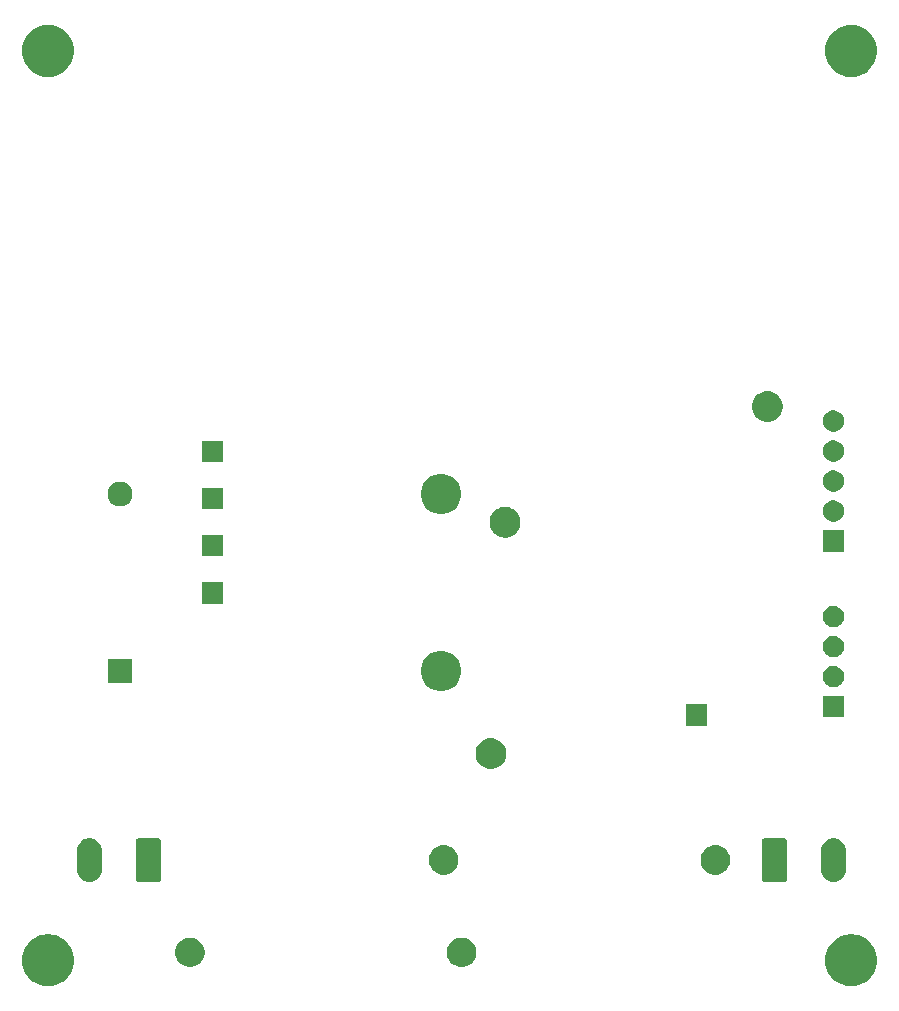
<source format=gbr>
G04 #@! TF.GenerationSoftware,KiCad,Pcbnew,5.1.5*
G04 #@! TF.CreationDate,2020-02-13T13:25:46+01:00*
G04 #@! TF.ProjectId,lora_fence_monitor,6c6f7261-5f66-4656-9e63-655f6d6f6e69,rev?*
G04 #@! TF.SameCoordinates,Original*
G04 #@! TF.FileFunction,Soldermask,Bot*
G04 #@! TF.FilePolarity,Negative*
%FSLAX46Y46*%
G04 Gerber Fmt 4.6, Leading zero omitted, Abs format (unit mm)*
G04 Created by KiCad (PCBNEW 5.1.5) date 2020-02-13 13:25:46*
%MOMM*%
%LPD*%
G04 APERTURE LIST*
%ADD10C,0.100000*%
G04 APERTURE END LIST*
D10*
G36*
X139858523Y-119327194D02*
G01*
X140142008Y-119383583D01*
X140542565Y-119549499D01*
X140542567Y-119549500D01*
X140641575Y-119615655D01*
X140903056Y-119790371D01*
X141209629Y-120096944D01*
X141209630Y-120096946D01*
X141447992Y-120453679D01*
X141450501Y-120457435D01*
X141616417Y-120857992D01*
X141701000Y-121283220D01*
X141701000Y-121716780D01*
X141616417Y-122142008D01*
X141450501Y-122542565D01*
X141209629Y-122903056D01*
X140903056Y-123209629D01*
X140722811Y-123330065D01*
X140542567Y-123450500D01*
X140542566Y-123450501D01*
X140542565Y-123450501D01*
X140142008Y-123616417D01*
X139858523Y-123672806D01*
X139716781Y-123701000D01*
X139283219Y-123701000D01*
X139141477Y-123672806D01*
X138857992Y-123616417D01*
X138457435Y-123450501D01*
X138457434Y-123450501D01*
X138457433Y-123450500D01*
X138277190Y-123330065D01*
X138096944Y-123209629D01*
X137790371Y-122903056D01*
X137549499Y-122542565D01*
X137383583Y-122142008D01*
X137299000Y-121716780D01*
X137299000Y-121283220D01*
X137383583Y-120857992D01*
X137549499Y-120457435D01*
X137552009Y-120453679D01*
X137790370Y-120096946D01*
X137790371Y-120096944D01*
X138096944Y-119790371D01*
X138358425Y-119615655D01*
X138457433Y-119549500D01*
X138457435Y-119549499D01*
X138857992Y-119383583D01*
X139141477Y-119327194D01*
X139283219Y-119299000D01*
X139716781Y-119299000D01*
X139858523Y-119327194D01*
G37*
G36*
X71858523Y-119327194D02*
G01*
X72142008Y-119383583D01*
X72542565Y-119549499D01*
X72542567Y-119549500D01*
X72641575Y-119615655D01*
X72903056Y-119790371D01*
X73209629Y-120096944D01*
X73209630Y-120096946D01*
X73447992Y-120453679D01*
X73450501Y-120457435D01*
X73616417Y-120857992D01*
X73701000Y-121283220D01*
X73701000Y-121716780D01*
X73616417Y-122142008D01*
X73450501Y-122542565D01*
X73209629Y-122903056D01*
X72903056Y-123209629D01*
X72722810Y-123330065D01*
X72542567Y-123450500D01*
X72542566Y-123450501D01*
X72542565Y-123450501D01*
X72142008Y-123616417D01*
X71858523Y-123672806D01*
X71716781Y-123701000D01*
X71283219Y-123701000D01*
X71141477Y-123672806D01*
X70857992Y-123616417D01*
X70457435Y-123450501D01*
X70457434Y-123450501D01*
X70457433Y-123450500D01*
X70277190Y-123330065D01*
X70096944Y-123209629D01*
X69790371Y-122903056D01*
X69549499Y-122542565D01*
X69383583Y-122142008D01*
X69299000Y-121716780D01*
X69299000Y-121283220D01*
X69383583Y-120857992D01*
X69549499Y-120457435D01*
X69552009Y-120453679D01*
X69790370Y-120096946D01*
X69790371Y-120096944D01*
X70096944Y-119790371D01*
X70358425Y-119615655D01*
X70457433Y-119549500D01*
X70457435Y-119549499D01*
X70857992Y-119383583D01*
X71141477Y-119327194D01*
X71283219Y-119299000D01*
X71716781Y-119299000D01*
X71858523Y-119327194D01*
G37*
G36*
X106722403Y-119583605D02*
G01*
X106883530Y-119615655D01*
X107111198Y-119709958D01*
X107316093Y-119846865D01*
X107490342Y-120021114D01*
X107627249Y-120226009D01*
X107721552Y-120453677D01*
X107769627Y-120695367D01*
X107769627Y-120941793D01*
X107721552Y-121183483D01*
X107627249Y-121411151D01*
X107490342Y-121616046D01*
X107316093Y-121790295D01*
X107111198Y-121927202D01*
X106883530Y-122021505D01*
X106722403Y-122053555D01*
X106641841Y-122069580D01*
X106395413Y-122069580D01*
X106314851Y-122053555D01*
X106153724Y-122021505D01*
X105926056Y-121927202D01*
X105721161Y-121790295D01*
X105546912Y-121616046D01*
X105410005Y-121411151D01*
X105315702Y-121183483D01*
X105267627Y-120941793D01*
X105267627Y-120695367D01*
X105315702Y-120453677D01*
X105410005Y-120226009D01*
X105546912Y-120021114D01*
X105721161Y-119846865D01*
X105926056Y-119709958D01*
X106153724Y-119615655D01*
X106314851Y-119583605D01*
X106395413Y-119567580D01*
X106641841Y-119567580D01*
X106722403Y-119583605D01*
G37*
G36*
X83722403Y-119583605D02*
G01*
X83883530Y-119615655D01*
X84111198Y-119709958D01*
X84316093Y-119846865D01*
X84490342Y-120021114D01*
X84627249Y-120226009D01*
X84721552Y-120453677D01*
X84769627Y-120695367D01*
X84769627Y-120941793D01*
X84721552Y-121183483D01*
X84627249Y-121411151D01*
X84490342Y-121616046D01*
X84316093Y-121790295D01*
X84111198Y-121927202D01*
X83883530Y-122021505D01*
X83722403Y-122053555D01*
X83641841Y-122069580D01*
X83395413Y-122069580D01*
X83314851Y-122053555D01*
X83153724Y-122021505D01*
X82926056Y-121927202D01*
X82721161Y-121790295D01*
X82546912Y-121616046D01*
X82410005Y-121411151D01*
X82315702Y-121183483D01*
X82267627Y-120941793D01*
X82267627Y-120695367D01*
X82315702Y-120453677D01*
X82410005Y-120226009D01*
X82546912Y-120021114D01*
X82721161Y-119846865D01*
X82926056Y-119709958D01*
X83153724Y-119615655D01*
X83314851Y-119583605D01*
X83395413Y-119567580D01*
X83641841Y-119567580D01*
X83722403Y-119583605D01*
G37*
G36*
X138206031Y-111164207D02*
G01*
X138301874Y-111193281D01*
X138404146Y-111224305D01*
X138514949Y-111283530D01*
X138586729Y-111321897D01*
X138746765Y-111453235D01*
X138878103Y-111613271D01*
X138878104Y-111613273D01*
X138975695Y-111795853D01*
X139001864Y-111882120D01*
X139035793Y-111993968D01*
X139051000Y-112148370D01*
X139051000Y-113851630D01*
X139035793Y-114006032D01*
X139035792Y-114006034D01*
X138975695Y-114204147D01*
X138889264Y-114365848D01*
X138878103Y-114386729D01*
X138746765Y-114546765D01*
X138586729Y-114678103D01*
X138586727Y-114678104D01*
X138404147Y-114775695D01*
X138366823Y-114787017D01*
X138206032Y-114835793D01*
X138000000Y-114856085D01*
X137793969Y-114835793D01*
X137633178Y-114787017D01*
X137595854Y-114775695D01*
X137413274Y-114678104D01*
X137413272Y-114678103D01*
X137253236Y-114546765D01*
X137121898Y-114386729D01*
X137110737Y-114365848D01*
X137024306Y-114204147D01*
X136964208Y-114006034D01*
X136949000Y-113851626D01*
X136949000Y-112148370D01*
X136964207Y-111993969D01*
X137024305Y-111795855D01*
X137024305Y-111795854D01*
X137121896Y-111613273D01*
X137121897Y-111613271D01*
X137253235Y-111453235D01*
X137413271Y-111321897D01*
X137518270Y-111265774D01*
X137595853Y-111224305D01*
X137698125Y-111193281D01*
X137793968Y-111164207D01*
X138000000Y-111143915D01*
X138206031Y-111164207D01*
G37*
G36*
X75206032Y-111164207D02*
G01*
X75301875Y-111193281D01*
X75404147Y-111224305D01*
X75481730Y-111265774D01*
X75586729Y-111321897D01*
X75746765Y-111453235D01*
X75878103Y-111613271D01*
X75878104Y-111613273D01*
X75975695Y-111795853D01*
X76001864Y-111882120D01*
X76035793Y-111993968D01*
X76051000Y-112148370D01*
X76051000Y-113851630D01*
X76035793Y-114006032D01*
X76035792Y-114006034D01*
X75975695Y-114204147D01*
X75889264Y-114365848D01*
X75878103Y-114386729D01*
X75746765Y-114546765D01*
X75586729Y-114678103D01*
X75586727Y-114678104D01*
X75404146Y-114775695D01*
X75366822Y-114787017D01*
X75206031Y-114835793D01*
X75000000Y-114856085D01*
X74793968Y-114835793D01*
X74633177Y-114787017D01*
X74595853Y-114775695D01*
X74413273Y-114678104D01*
X74413271Y-114678103D01*
X74253235Y-114546765D01*
X74121897Y-114386729D01*
X74024306Y-114204147D01*
X74024305Y-114204146D01*
X73964208Y-114006033D01*
X73964207Y-114006031D01*
X73949000Y-113851629D01*
X73949000Y-112148370D01*
X73964208Y-111993968D01*
X73964208Y-111993966D01*
X74024306Y-111795853D01*
X74121897Y-111613273D01*
X74121898Y-111613271D01*
X74253236Y-111453235D01*
X74413272Y-111321897D01*
X74518271Y-111265774D01*
X74595854Y-111224305D01*
X74698126Y-111193281D01*
X74793969Y-111164207D01*
X75000000Y-111143915D01*
X75206032Y-111164207D01*
G37*
G36*
X133875673Y-111153469D02*
G01*
X133916470Y-111165844D01*
X133954063Y-111185938D01*
X133987017Y-111212983D01*
X134014062Y-111245937D01*
X134034156Y-111283530D01*
X134046531Y-111324327D01*
X134051000Y-111369697D01*
X134051000Y-114630303D01*
X134046531Y-114675673D01*
X134034156Y-114716470D01*
X134014062Y-114754063D01*
X133987017Y-114787017D01*
X133954063Y-114814062D01*
X133916470Y-114834156D01*
X133875673Y-114846531D01*
X133830303Y-114851000D01*
X132169697Y-114851000D01*
X132124327Y-114846531D01*
X132083530Y-114834156D01*
X132045937Y-114814062D01*
X132012983Y-114787017D01*
X131985938Y-114754063D01*
X131965844Y-114716470D01*
X131953469Y-114675673D01*
X131949000Y-114630303D01*
X131949000Y-111369697D01*
X131953469Y-111324327D01*
X131965844Y-111283530D01*
X131985938Y-111245937D01*
X132012983Y-111212983D01*
X132045937Y-111185938D01*
X132083530Y-111165844D01*
X132124327Y-111153469D01*
X132169697Y-111149000D01*
X133830303Y-111149000D01*
X133875673Y-111153469D01*
G37*
G36*
X80875673Y-111153469D02*
G01*
X80916470Y-111165844D01*
X80954063Y-111185938D01*
X80987017Y-111212983D01*
X81014062Y-111245937D01*
X81034156Y-111283530D01*
X81046531Y-111324327D01*
X81051000Y-111369697D01*
X81051000Y-114630303D01*
X81046531Y-114675673D01*
X81034156Y-114716470D01*
X81014062Y-114754063D01*
X80987017Y-114787017D01*
X80954063Y-114814062D01*
X80916470Y-114834156D01*
X80875673Y-114846531D01*
X80830303Y-114851000D01*
X79169697Y-114851000D01*
X79124327Y-114846531D01*
X79083530Y-114834156D01*
X79045937Y-114814062D01*
X79012983Y-114787017D01*
X78985938Y-114754063D01*
X78965844Y-114716470D01*
X78953469Y-114675673D01*
X78949000Y-114630303D01*
X78949000Y-111369697D01*
X78953469Y-111324327D01*
X78965844Y-111283530D01*
X78985938Y-111245937D01*
X79012983Y-111212983D01*
X79045937Y-111185938D01*
X79083530Y-111165844D01*
X79124327Y-111153469D01*
X79169697Y-111149000D01*
X80830303Y-111149000D01*
X80875673Y-111153469D01*
G37*
G36*
X128203776Y-111765025D02*
G01*
X128364903Y-111797075D01*
X128592571Y-111891378D01*
X128797466Y-112028285D01*
X128971715Y-112202534D01*
X129108622Y-112407429D01*
X129202925Y-112635097D01*
X129251000Y-112876787D01*
X129251000Y-113123213D01*
X129202925Y-113364903D01*
X129108622Y-113592571D01*
X128971715Y-113797466D01*
X128797466Y-113971715D01*
X128592571Y-114108622D01*
X128364903Y-114202925D01*
X128203776Y-114234975D01*
X128123214Y-114251000D01*
X127876786Y-114251000D01*
X127796224Y-114234975D01*
X127635097Y-114202925D01*
X127407429Y-114108622D01*
X127202534Y-113971715D01*
X127028285Y-113797466D01*
X126891378Y-113592571D01*
X126797075Y-113364903D01*
X126749000Y-113123213D01*
X126749000Y-112876787D01*
X126797075Y-112635097D01*
X126891378Y-112407429D01*
X127028285Y-112202534D01*
X127202534Y-112028285D01*
X127407429Y-111891378D01*
X127635097Y-111797075D01*
X127796224Y-111765025D01*
X127876786Y-111749000D01*
X128123214Y-111749000D01*
X128203776Y-111765025D01*
G37*
G36*
X105203776Y-111765025D02*
G01*
X105364903Y-111797075D01*
X105592571Y-111891378D01*
X105797466Y-112028285D01*
X105971715Y-112202534D01*
X106108622Y-112407429D01*
X106202925Y-112635097D01*
X106251000Y-112876787D01*
X106251000Y-113123213D01*
X106202925Y-113364903D01*
X106108622Y-113592571D01*
X105971715Y-113797466D01*
X105797466Y-113971715D01*
X105592571Y-114108622D01*
X105364903Y-114202925D01*
X105203776Y-114234975D01*
X105123214Y-114251000D01*
X104876786Y-114251000D01*
X104796224Y-114234975D01*
X104635097Y-114202925D01*
X104407429Y-114108622D01*
X104202534Y-113971715D01*
X104028285Y-113797466D01*
X103891378Y-113592571D01*
X103797075Y-113364903D01*
X103749000Y-113123213D01*
X103749000Y-112876787D01*
X103797075Y-112635097D01*
X103891378Y-112407429D01*
X104028285Y-112202534D01*
X104202534Y-112028285D01*
X104407429Y-111891378D01*
X104635097Y-111797075D01*
X104796224Y-111765025D01*
X104876786Y-111749000D01*
X105123214Y-111749000D01*
X105203776Y-111765025D01*
G37*
G36*
X109211921Y-102715666D02*
G01*
X109379488Y-102748997D01*
X109616255Y-102847069D01*
X109616257Y-102847070D01*
X109722797Y-102918258D01*
X109829339Y-102989447D01*
X110010553Y-103170661D01*
X110152931Y-103383745D01*
X110251003Y-103620512D01*
X110301000Y-103871863D01*
X110301000Y-104128137D01*
X110251003Y-104379488D01*
X110152931Y-104616255D01*
X110010553Y-104829339D01*
X109829339Y-105010553D01*
X109722797Y-105081742D01*
X109616257Y-105152930D01*
X109616256Y-105152931D01*
X109616255Y-105152931D01*
X109379488Y-105251003D01*
X109211921Y-105284334D01*
X109128138Y-105301000D01*
X108871862Y-105301000D01*
X108788079Y-105284334D01*
X108620512Y-105251003D01*
X108383745Y-105152931D01*
X108383744Y-105152931D01*
X108383743Y-105152930D01*
X108277203Y-105081742D01*
X108170661Y-105010553D01*
X107989447Y-104829339D01*
X107847069Y-104616255D01*
X107748997Y-104379488D01*
X107699000Y-104128137D01*
X107699000Y-103871863D01*
X107748997Y-103620512D01*
X107847069Y-103383745D01*
X107989447Y-103170661D01*
X108170661Y-102989447D01*
X108277203Y-102918258D01*
X108383743Y-102847070D01*
X108383745Y-102847069D01*
X108620512Y-102748997D01*
X108788079Y-102715666D01*
X108871862Y-102699000D01*
X109128138Y-102699000D01*
X109211921Y-102715666D01*
G37*
G36*
X127301000Y-101626000D02*
G01*
X125499000Y-101626000D01*
X125499000Y-99824000D01*
X127301000Y-99824000D01*
X127301000Y-101626000D01*
G37*
G36*
X138901000Y-100901000D02*
G01*
X137099000Y-100901000D01*
X137099000Y-99099000D01*
X138901000Y-99099000D01*
X138901000Y-100901000D01*
G37*
G36*
X105261162Y-95364368D02*
G01*
X105570727Y-95492594D01*
X105849323Y-95678746D01*
X106086254Y-95915677D01*
X106272406Y-96194273D01*
X106400632Y-96503838D01*
X106466000Y-96832465D01*
X106466000Y-97167535D01*
X106400632Y-97496162D01*
X106272406Y-97805727D01*
X106086254Y-98084323D01*
X105849323Y-98321254D01*
X105570727Y-98507406D01*
X105261162Y-98635632D01*
X104932535Y-98701000D01*
X104597465Y-98701000D01*
X104268838Y-98635632D01*
X103959273Y-98507406D01*
X103680677Y-98321254D01*
X103443746Y-98084323D01*
X103257594Y-97805727D01*
X103129368Y-97496162D01*
X103064000Y-97167535D01*
X103064000Y-96832465D01*
X103129368Y-96503838D01*
X103257594Y-96194273D01*
X103443746Y-95915677D01*
X103680677Y-95678746D01*
X103959273Y-95492594D01*
X104268838Y-95364368D01*
X104597465Y-95299000D01*
X104932535Y-95299000D01*
X105261162Y-95364368D01*
G37*
G36*
X138262812Y-96593624D02*
G01*
X138426784Y-96661544D01*
X138426786Y-96661545D01*
X138500569Y-96710845D01*
X138574354Y-96760147D01*
X138699853Y-96885646D01*
X138798456Y-97033216D01*
X138866376Y-97197188D01*
X138901000Y-97371259D01*
X138901000Y-97548741D01*
X138866376Y-97722812D01*
X138798456Y-97886784D01*
X138699853Y-98034354D01*
X138574354Y-98159853D01*
X138500569Y-98209154D01*
X138426786Y-98258455D01*
X138426785Y-98258456D01*
X138426784Y-98258456D01*
X138262812Y-98326376D01*
X138088741Y-98361000D01*
X137911259Y-98361000D01*
X137737188Y-98326376D01*
X137573216Y-98258456D01*
X137573215Y-98258456D01*
X137573214Y-98258455D01*
X137499431Y-98209154D01*
X137425646Y-98159853D01*
X137300147Y-98034354D01*
X137201544Y-97886784D01*
X137133624Y-97722812D01*
X137099000Y-97548741D01*
X137099000Y-97371259D01*
X137133624Y-97197188D01*
X137201544Y-97033216D01*
X137300147Y-96885646D01*
X137425646Y-96760147D01*
X137499431Y-96710845D01*
X137573214Y-96661545D01*
X137573216Y-96661544D01*
X137737188Y-96593624D01*
X137911259Y-96559000D01*
X138088741Y-96559000D01*
X138262812Y-96593624D01*
G37*
G36*
X78651000Y-98051000D02*
G01*
X76549000Y-98051000D01*
X76549000Y-95949000D01*
X78651000Y-95949000D01*
X78651000Y-98051000D01*
G37*
G36*
X138262812Y-94053624D02*
G01*
X138426784Y-94121544D01*
X138426786Y-94121545D01*
X138500569Y-94170846D01*
X138574354Y-94220147D01*
X138699853Y-94345646D01*
X138798456Y-94493216D01*
X138866376Y-94657188D01*
X138901000Y-94831259D01*
X138901000Y-95008741D01*
X138866376Y-95182812D01*
X138798456Y-95346784D01*
X138699853Y-95494354D01*
X138574354Y-95619853D01*
X138500569Y-95669155D01*
X138426786Y-95718455D01*
X138426785Y-95718456D01*
X138426784Y-95718456D01*
X138262812Y-95786376D01*
X138088741Y-95821000D01*
X137911259Y-95821000D01*
X137737188Y-95786376D01*
X137573216Y-95718456D01*
X137573215Y-95718456D01*
X137573214Y-95718455D01*
X137499431Y-95669154D01*
X137425646Y-95619853D01*
X137300147Y-95494354D01*
X137201544Y-95346784D01*
X137133624Y-95182812D01*
X137099000Y-95008741D01*
X137099000Y-94831259D01*
X137133624Y-94657188D01*
X137201544Y-94493216D01*
X137300147Y-94345646D01*
X137425646Y-94220147D01*
X137499431Y-94170845D01*
X137573214Y-94121545D01*
X137573216Y-94121544D01*
X137737188Y-94053624D01*
X137911259Y-94019000D01*
X138088741Y-94019000D01*
X138262812Y-94053624D01*
G37*
G36*
X138262812Y-91513624D02*
G01*
X138426784Y-91581544D01*
X138426786Y-91581545D01*
X138500569Y-91630845D01*
X138574354Y-91680147D01*
X138699853Y-91805646D01*
X138798456Y-91953216D01*
X138866376Y-92117188D01*
X138901000Y-92291259D01*
X138901000Y-92468741D01*
X138866376Y-92642812D01*
X138798456Y-92806784D01*
X138699853Y-92954354D01*
X138574354Y-93079853D01*
X138500569Y-93129155D01*
X138426786Y-93178455D01*
X138426785Y-93178456D01*
X138426784Y-93178456D01*
X138262812Y-93246376D01*
X138088741Y-93281000D01*
X137911259Y-93281000D01*
X137737188Y-93246376D01*
X137573216Y-93178456D01*
X137573215Y-93178456D01*
X137573214Y-93178455D01*
X137499431Y-93129154D01*
X137425646Y-93079853D01*
X137300147Y-92954354D01*
X137201544Y-92806784D01*
X137133624Y-92642812D01*
X137099000Y-92468741D01*
X137099000Y-92291259D01*
X137133624Y-92117188D01*
X137201544Y-91953216D01*
X137300147Y-91805646D01*
X137425646Y-91680147D01*
X137499431Y-91630845D01*
X137573214Y-91581545D01*
X137573216Y-91581544D01*
X137737188Y-91513624D01*
X137911259Y-91479000D01*
X138088741Y-91479000D01*
X138262812Y-91513624D01*
G37*
G36*
X86301000Y-91301000D02*
G01*
X84499000Y-91301000D01*
X84499000Y-89499000D01*
X86301000Y-89499000D01*
X86301000Y-91301000D01*
G37*
G36*
X86301000Y-87301000D02*
G01*
X84499000Y-87301000D01*
X84499000Y-85499000D01*
X86301000Y-85499000D01*
X86301000Y-87301000D01*
G37*
G36*
X138901000Y-86901000D02*
G01*
X137099000Y-86901000D01*
X137099000Y-85099000D01*
X138901000Y-85099000D01*
X138901000Y-86901000D01*
G37*
G36*
X110411921Y-83115666D02*
G01*
X110579488Y-83148997D01*
X110816255Y-83247069D01*
X110816257Y-83247070D01*
X110896969Y-83301000D01*
X111029339Y-83389447D01*
X111210553Y-83570661D01*
X111210554Y-83570663D01*
X111304325Y-83711000D01*
X111352931Y-83783745D01*
X111451003Y-84020512D01*
X111501000Y-84271863D01*
X111501000Y-84528137D01*
X111451003Y-84779488D01*
X111352931Y-85016255D01*
X111210553Y-85229339D01*
X111029339Y-85410553D01*
X110922797Y-85481742D01*
X110816257Y-85552930D01*
X110816256Y-85552931D01*
X110816255Y-85552931D01*
X110579488Y-85651003D01*
X110411921Y-85684334D01*
X110328138Y-85701000D01*
X110071862Y-85701000D01*
X109988079Y-85684334D01*
X109820512Y-85651003D01*
X109583745Y-85552931D01*
X109583744Y-85552931D01*
X109583743Y-85552930D01*
X109477203Y-85481742D01*
X109370661Y-85410553D01*
X109189447Y-85229339D01*
X109047069Y-85016255D01*
X108948997Y-84779488D01*
X108899000Y-84528137D01*
X108899000Y-84271863D01*
X108948997Y-84020512D01*
X109047069Y-83783745D01*
X109095676Y-83711000D01*
X109189446Y-83570663D01*
X109189447Y-83570661D01*
X109370661Y-83389447D01*
X109503031Y-83301000D01*
X109583743Y-83247070D01*
X109583745Y-83247069D01*
X109820512Y-83148997D01*
X109988079Y-83115666D01*
X110071862Y-83099000D01*
X110328138Y-83099000D01*
X110411921Y-83115666D01*
G37*
G36*
X138262812Y-82593624D02*
G01*
X138426784Y-82661544D01*
X138426786Y-82661545D01*
X138454365Y-82679973D01*
X138574354Y-82760147D01*
X138699853Y-82885646D01*
X138798456Y-83033216D01*
X138866376Y-83197188D01*
X138901000Y-83371259D01*
X138901000Y-83548741D01*
X138866376Y-83722812D01*
X138798456Y-83886784D01*
X138699853Y-84034354D01*
X138574354Y-84159853D01*
X138500569Y-84209155D01*
X138426786Y-84258455D01*
X138426785Y-84258456D01*
X138426784Y-84258456D01*
X138262812Y-84326376D01*
X138088741Y-84361000D01*
X137911259Y-84361000D01*
X137737188Y-84326376D01*
X137573216Y-84258456D01*
X137573215Y-84258456D01*
X137573214Y-84258455D01*
X137499431Y-84209155D01*
X137425646Y-84159853D01*
X137300147Y-84034354D01*
X137201544Y-83886784D01*
X137133624Y-83722812D01*
X137099000Y-83548741D01*
X137099000Y-83371259D01*
X137133624Y-83197188D01*
X137201544Y-83033216D01*
X137300147Y-82885646D01*
X137425646Y-82760147D01*
X137545635Y-82679973D01*
X137573214Y-82661545D01*
X137573216Y-82661544D01*
X137737188Y-82593624D01*
X137911259Y-82559000D01*
X138088741Y-82559000D01*
X138262812Y-82593624D01*
G37*
G36*
X105261162Y-80374368D02*
G01*
X105570727Y-80502594D01*
X105849323Y-80688746D01*
X106086254Y-80925677D01*
X106272406Y-81204273D01*
X106400632Y-81513838D01*
X106466000Y-81842465D01*
X106466000Y-82177535D01*
X106400632Y-82506162D01*
X106272406Y-82815727D01*
X106086254Y-83094323D01*
X105849323Y-83331254D01*
X105570727Y-83517406D01*
X105261162Y-83645632D01*
X104932535Y-83711000D01*
X104597465Y-83711000D01*
X104268838Y-83645632D01*
X103959273Y-83517406D01*
X103680677Y-83331254D01*
X103443746Y-83094323D01*
X103257594Y-82815727D01*
X103129368Y-82506162D01*
X103064000Y-82177535D01*
X103064000Y-81842465D01*
X103129368Y-81513838D01*
X103257594Y-81204273D01*
X103443746Y-80925677D01*
X103680677Y-80688746D01*
X103959273Y-80502594D01*
X104268838Y-80374368D01*
X104597465Y-80309000D01*
X104932535Y-80309000D01*
X105261162Y-80374368D01*
G37*
G36*
X86301000Y-83301000D02*
G01*
X84499000Y-83301000D01*
X84499000Y-81499000D01*
X86301000Y-81499000D01*
X86301000Y-83301000D01*
G37*
G36*
X77906564Y-80999389D02*
G01*
X78097838Y-81078616D01*
X78269972Y-81193633D01*
X78416367Y-81340028D01*
X78531384Y-81512162D01*
X78610611Y-81703436D01*
X78651000Y-81906484D01*
X78651000Y-82113516D01*
X78610611Y-82316564D01*
X78531384Y-82507838D01*
X78416367Y-82679972D01*
X78269972Y-82826367D01*
X78097838Y-82941384D01*
X77906564Y-83020611D01*
X77703516Y-83061000D01*
X77496484Y-83061000D01*
X77293436Y-83020611D01*
X77102162Y-82941384D01*
X76930028Y-82826367D01*
X76783633Y-82679972D01*
X76668616Y-82507838D01*
X76589389Y-82316564D01*
X76549000Y-82113516D01*
X76549000Y-81906484D01*
X76589389Y-81703436D01*
X76668616Y-81512162D01*
X76783633Y-81340028D01*
X76930028Y-81193633D01*
X77102162Y-81078616D01*
X77293436Y-80999389D01*
X77496484Y-80959000D01*
X77703516Y-80959000D01*
X77906564Y-80999389D01*
G37*
G36*
X138262812Y-80053624D02*
G01*
X138426784Y-80121544D01*
X138426786Y-80121545D01*
X138500569Y-80170846D01*
X138574354Y-80220147D01*
X138699853Y-80345646D01*
X138798456Y-80493216D01*
X138866376Y-80657188D01*
X138901000Y-80831259D01*
X138901000Y-81008741D01*
X138866376Y-81182812D01*
X138798456Y-81346784D01*
X138699853Y-81494354D01*
X138574354Y-81619853D01*
X138500569Y-81669155D01*
X138426786Y-81718455D01*
X138426785Y-81718456D01*
X138426784Y-81718456D01*
X138262812Y-81786376D01*
X138088741Y-81821000D01*
X137911259Y-81821000D01*
X137737188Y-81786376D01*
X137573216Y-81718456D01*
X137573215Y-81718456D01*
X137573214Y-81718455D01*
X137499431Y-81669154D01*
X137425646Y-81619853D01*
X137300147Y-81494354D01*
X137201544Y-81346784D01*
X137133624Y-81182812D01*
X137099000Y-81008741D01*
X137099000Y-80831259D01*
X137133624Y-80657188D01*
X137201544Y-80493216D01*
X137300147Y-80345646D01*
X137425646Y-80220147D01*
X137499431Y-80170846D01*
X137573214Y-80121545D01*
X137573216Y-80121544D01*
X137737188Y-80053624D01*
X137911259Y-80019000D01*
X138088741Y-80019000D01*
X138262812Y-80053624D01*
G37*
G36*
X86301000Y-79301000D02*
G01*
X84499000Y-79301000D01*
X84499000Y-77499000D01*
X86301000Y-77499000D01*
X86301000Y-79301000D01*
G37*
G36*
X138262812Y-77513624D02*
G01*
X138426784Y-77581544D01*
X138426786Y-77581545D01*
X138500569Y-77630846D01*
X138574354Y-77680147D01*
X138699853Y-77805646D01*
X138798456Y-77953216D01*
X138866376Y-78117188D01*
X138901000Y-78291259D01*
X138901000Y-78468741D01*
X138866376Y-78642812D01*
X138798456Y-78806784D01*
X138699853Y-78954354D01*
X138574354Y-79079853D01*
X138500569Y-79129155D01*
X138426786Y-79178455D01*
X138426785Y-79178456D01*
X138426784Y-79178456D01*
X138262812Y-79246376D01*
X138088741Y-79281000D01*
X137911259Y-79281000D01*
X137737188Y-79246376D01*
X137573216Y-79178456D01*
X137573215Y-79178456D01*
X137573214Y-79178455D01*
X137499431Y-79129155D01*
X137425646Y-79079853D01*
X137300147Y-78954354D01*
X137201544Y-78806784D01*
X137133624Y-78642812D01*
X137099000Y-78468741D01*
X137099000Y-78291259D01*
X137133624Y-78117188D01*
X137201544Y-77953216D01*
X137300147Y-77805646D01*
X137425646Y-77680147D01*
X137499431Y-77630846D01*
X137573214Y-77581545D01*
X137573216Y-77581544D01*
X137737188Y-77513624D01*
X137911259Y-77479000D01*
X138088741Y-77479000D01*
X138262812Y-77513624D01*
G37*
G36*
X138262812Y-74973624D02*
G01*
X138426784Y-75041544D01*
X138426786Y-75041545D01*
X138500569Y-75090846D01*
X138574354Y-75140147D01*
X138699853Y-75265646D01*
X138798456Y-75413216D01*
X138866376Y-75577188D01*
X138901000Y-75751259D01*
X138901000Y-75928741D01*
X138866376Y-76102812D01*
X138798456Y-76266784D01*
X138699853Y-76414354D01*
X138574354Y-76539853D01*
X138500569Y-76589154D01*
X138426786Y-76638455D01*
X138426785Y-76638456D01*
X138426784Y-76638456D01*
X138262812Y-76706376D01*
X138088741Y-76741000D01*
X137911259Y-76741000D01*
X137737188Y-76706376D01*
X137573216Y-76638456D01*
X137573215Y-76638456D01*
X137573214Y-76638455D01*
X137499431Y-76589155D01*
X137425646Y-76539853D01*
X137300147Y-76414354D01*
X137201544Y-76266784D01*
X137133624Y-76102812D01*
X137099000Y-75928741D01*
X137099000Y-75751259D01*
X137133624Y-75577188D01*
X137201544Y-75413216D01*
X137300147Y-75265646D01*
X137425646Y-75140147D01*
X137499431Y-75090846D01*
X137573214Y-75041545D01*
X137573216Y-75041544D01*
X137737188Y-74973624D01*
X137911259Y-74939000D01*
X138088741Y-74939000D01*
X138262812Y-74973624D01*
G37*
G36*
X132611921Y-73315666D02*
G01*
X132779488Y-73348997D01*
X133016255Y-73447069D01*
X133016257Y-73447070D01*
X133122797Y-73518258D01*
X133229339Y-73589447D01*
X133410553Y-73770661D01*
X133552931Y-73983745D01*
X133651003Y-74220512D01*
X133701000Y-74471863D01*
X133701000Y-74728137D01*
X133651003Y-74979488D01*
X133552931Y-75216255D01*
X133410553Y-75429339D01*
X133229339Y-75610553D01*
X133122797Y-75681742D01*
X133016257Y-75752930D01*
X133016256Y-75752931D01*
X133016255Y-75752931D01*
X132779488Y-75851003D01*
X132611921Y-75884334D01*
X132528138Y-75901000D01*
X132271862Y-75901000D01*
X132188079Y-75884334D01*
X132020512Y-75851003D01*
X131783745Y-75752931D01*
X131783744Y-75752931D01*
X131783743Y-75752930D01*
X131677203Y-75681742D01*
X131570661Y-75610553D01*
X131389447Y-75429339D01*
X131247069Y-75216255D01*
X131148997Y-74979488D01*
X131099000Y-74728137D01*
X131099000Y-74471863D01*
X131148997Y-74220512D01*
X131247069Y-73983745D01*
X131389447Y-73770661D01*
X131570661Y-73589447D01*
X131677203Y-73518258D01*
X131783743Y-73447070D01*
X131783745Y-73447069D01*
X132020512Y-73348997D01*
X132188079Y-73315666D01*
X132271862Y-73299000D01*
X132528138Y-73299000D01*
X132611921Y-73315666D01*
G37*
G36*
X71858523Y-42327194D02*
G01*
X72142008Y-42383583D01*
X72542565Y-42549499D01*
X72542567Y-42549500D01*
X72722810Y-42669935D01*
X72903056Y-42790371D01*
X73209629Y-43096944D01*
X73450501Y-43457435D01*
X73616417Y-43857992D01*
X73701000Y-44283220D01*
X73701000Y-44716780D01*
X73616417Y-45142008D01*
X73450501Y-45542565D01*
X73209629Y-45903056D01*
X72903056Y-46209629D01*
X72722810Y-46330065D01*
X72542567Y-46450500D01*
X72542566Y-46450501D01*
X72542565Y-46450501D01*
X72142008Y-46616417D01*
X71858523Y-46672806D01*
X71716781Y-46701000D01*
X71283219Y-46701000D01*
X71141477Y-46672806D01*
X70857992Y-46616417D01*
X70457435Y-46450501D01*
X70457434Y-46450501D01*
X70457433Y-46450500D01*
X70277190Y-46330065D01*
X70096944Y-46209629D01*
X69790371Y-45903056D01*
X69549499Y-45542565D01*
X69383583Y-45142008D01*
X69299000Y-44716780D01*
X69299000Y-44283220D01*
X69383583Y-43857992D01*
X69549499Y-43457435D01*
X69790371Y-43096944D01*
X70096944Y-42790371D01*
X70277189Y-42669935D01*
X70457433Y-42549500D01*
X70457435Y-42549499D01*
X70857992Y-42383583D01*
X71141477Y-42327194D01*
X71283219Y-42299000D01*
X71716781Y-42299000D01*
X71858523Y-42327194D01*
G37*
G36*
X139858523Y-42327194D02*
G01*
X140142008Y-42383583D01*
X140542565Y-42549499D01*
X140542567Y-42549500D01*
X140722811Y-42669935D01*
X140903056Y-42790371D01*
X141209629Y-43096944D01*
X141450501Y-43457435D01*
X141616417Y-43857992D01*
X141701000Y-44283220D01*
X141701000Y-44716780D01*
X141616417Y-45142008D01*
X141450501Y-45542565D01*
X141209629Y-45903056D01*
X140903056Y-46209629D01*
X140722810Y-46330065D01*
X140542567Y-46450500D01*
X140542566Y-46450501D01*
X140542565Y-46450501D01*
X140142008Y-46616417D01*
X139858523Y-46672806D01*
X139716781Y-46701000D01*
X139283219Y-46701000D01*
X139141477Y-46672806D01*
X138857992Y-46616417D01*
X138457435Y-46450501D01*
X138457434Y-46450501D01*
X138457433Y-46450500D01*
X138277190Y-46330065D01*
X138096944Y-46209629D01*
X137790371Y-45903056D01*
X137549499Y-45542565D01*
X137383583Y-45142008D01*
X137299000Y-44716780D01*
X137299000Y-44283220D01*
X137383583Y-43857992D01*
X137549499Y-43457435D01*
X137790371Y-43096944D01*
X138096944Y-42790371D01*
X138277189Y-42669935D01*
X138457433Y-42549500D01*
X138457435Y-42549499D01*
X138857992Y-42383583D01*
X139141477Y-42327194D01*
X139283219Y-42299000D01*
X139716781Y-42299000D01*
X139858523Y-42327194D01*
G37*
M02*

</source>
